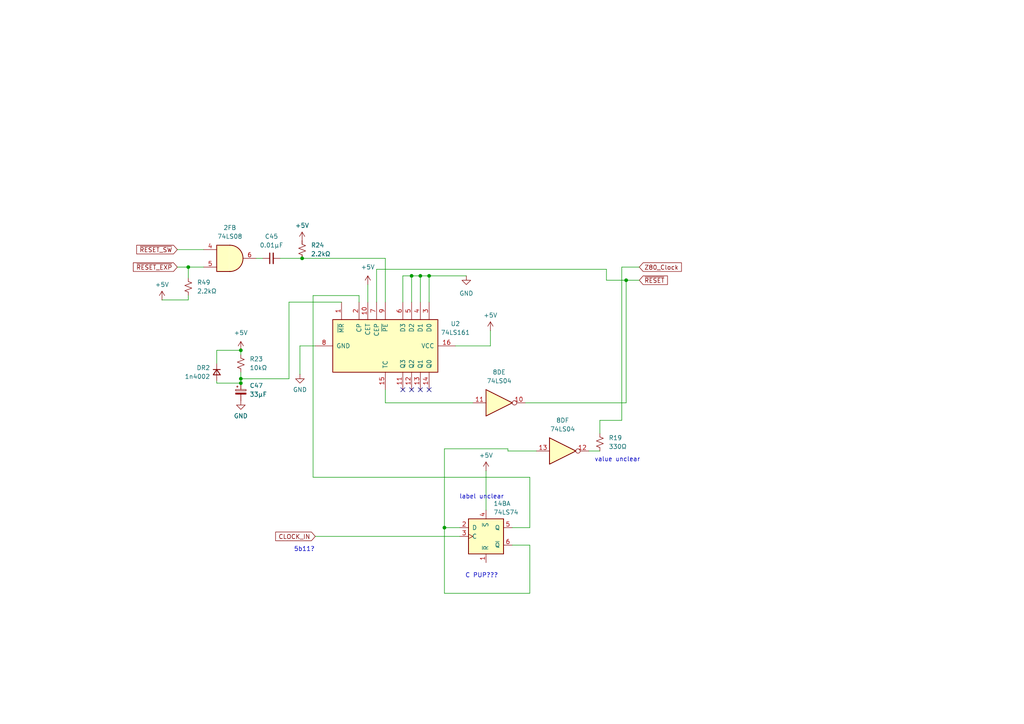
<source format=kicad_sch>
(kicad_sch (version 20250114) (generator "eeschema") (generator_version "9.0")
  (paper "A4")
  (lib_symbols
    (symbol "74xx:74LS04"
      (property "Reference" "U" (at 0 1.27 0))
      (property "Value" "74LS04" (at 0 -1.27 0))
      (symbol "74LS04_1_0"
        (polyline (pts (xy -3.81 3.81) (xy -3.81 -3.81) (xy 3.81 0) (xy -3.81 3.81)) (stroke (width 0.254)) (fill (type background)))
        (pin input line (at -7.62 0 0) (length 3.81) (name "~") (number "1"))
        (pin output inverted (at 7.62 0 180) (length 3.81) (name "~") (number "2"))
      )
      (symbol "74LS04_2_0"
        (polyline (pts (xy -3.81 3.81) (xy -3.81 -3.81) (xy 3.81 0) (xy -3.81 3.81)) (stroke (width 0.254)) (fill (type background)))
        (pin input line (at -7.62 0 0) (length 3.81) (name "~") (number "3"))
        (pin output inverted (at 7.62 0 180) (length 3.81) (name "~") (number "4"))
      )
      (symbol "74LS04_3_0"
        (polyline (pts (xy -3.81 3.81) (xy -3.81 -3.81) (xy 3.81 0) (xy -3.81 3.81)) (stroke (width 0.254)) (fill (type background)))
        (pin input line (at -7.62 0 0) (length 3.81) (name "~") (number "5"))
        (pin output inverted (at 7.62 0 180) (length 3.81) (name "~") (number "6"))
      )
      (symbol "74LS04_4_0"
        (polyline (pts (xy -3.81 3.81) (xy -3.81 -3.81) (xy 3.81 0) (xy -3.81 3.81)) (stroke (width 0.254)) (fill (type background)))
        (pin input line (at -7.62 0 0) (length 3.81) (name "~") (number "9"))
        (pin output inverted (at 7.62 0 180) (length 3.81) (name "~") (number "8"))
      )
      (symbol "74LS04_5_0"
        (polyline (pts (xy -3.81 3.81) (xy -3.81 -3.81) (xy 3.81 0) (xy -3.81 3.81)) (stroke (width 0.254)) (fill (type background)))
        (pin input line (at -7.62 0 0) (length 3.81) (name "~") (number "11"))
        (pin output inverted (at 7.62 0 180) (length 3.81) (name "~") (number "10"))
      )
      (symbol "74LS04_6_0"
        (polyline (pts (xy -3.81 3.81) (xy -3.81 -3.81) (xy 3.81 0) (xy -3.81 3.81)) (stroke (width 0.254)) (fill (type background)))
        (pin input line (at -7.62 0 0) (length 3.81) (name "~") (number "13"))
        (pin output inverted (at 7.62 0 180) (length 3.81) (name "~") (number "12"))
      )
      (symbol "74LS04_7_0"
        (pin power_in line (at 0 12.7 270) (length 5.08) (name "VCC") (number "14"))
        (pin power_in line (at 0 -12.7 90) (length 5.08) (name "GND") (number "7"))
      )
      (symbol "74LS04_7_1"
        (rectangle (start -5.08 7.62) (end 5.08 -7.62) (stroke (width 0.254)) (fill (type background)))
      )
    )
    (symbol "74xx:74LS08" (pin_names (offset 1.016))
      (property "Reference" "U" (at 0 1.27 0))
      (property "Value" "74LS08" (at 0 -1.27 0))
      (symbol "74LS08_1_1"
        (arc (start 0 3.81) (mid 3.7934 0) (end 0 -3.81) (stroke (width 0.254)) (fill (type background)))
        (polyline (pts (xy 0 3.81) (xy -3.81 3.81) (xy -3.81 -3.81) (xy 0 -3.81)) (stroke (width 0.254)) (fill (type background)))
        (pin input line (at -7.62 2.54 0) (length 3.81) (name "~") (number "1"))
        (pin input line (at -7.62 -2.54 0) (length 3.81) (name "~") (number "2"))
        (pin output line (at 7.62 0 180) (length 3.81) (name "~") (number "3"))
      )
      (symbol "74LS08_1_2"
        (arc (start -3.81 3.81) (mid -2.589 0) (end -3.81 -3.81) (stroke (width 0.254)))
        (polyline (pts (xy -3.81 3.81) (xy -0.635 3.81)) (stroke (width 0.254)) (fill (type background)))
        (polyline (pts (xy -3.81 -3.81) (xy -0.635 -3.81)) (stroke (width 0.254)) (fill (type background)))
        (arc (start 3.81 0) (mid 2.1855 -2.584) (end -0.6096 -3.81) (stroke (width 0.254)) (fill (type background)))
        (arc (start -0.6096 3.81) (mid 2.1928 2.5924) (end 3.81 0) (stroke (width 0.254)) (fill (type background)))
        (polyline (pts (xy -0.635 3.81) (xy -3.81 3.81) (xy -3.81 3.81) (xy -3.556 3.4036) (xy -3.0226 2.2606) (xy -2.6924 1.0414) (xy -2.6162 -0.254) (xy -2.7686 -1.4986) (xy -3.175 -2.7178) (xy -3.81 -3.81) (xy -3.81 -3.81) (xy -0.635 -3.81)) (stroke (width -25.4)) (fill (type background)))
        (pin input inverted (at -7.62 2.54 0) (length 4.318) (name "~") (number "1"))
        (pin input inverted (at -7.62 -2.54 0) (length 4.318) (name "~") (number "2"))
        (pin output inverted (at 7.62 0 180) (length 3.81) (name "~") (number "3"))
      )
      (symbol "74LS08_2_1"
        (arc (start 0 3.81) (mid 3.7934 0) (end 0 -3.81) (stroke (width 0.254)) (fill (type background)))
        (polyline (pts (xy 0 3.81) (xy -3.81 3.81) (xy -3.81 -3.81) (xy 0 -3.81)) (stroke (width 0.254)) (fill (type background)))
        (pin input line (at -7.62 2.54 0) (length 3.81) (name "~") (number "4"))
        (pin input line (at -7.62 -2.54 0) (length 3.81) (name "~") (number "5"))
        (pin output line (at 7.62 0 180) (length 3.81) (name "~") (number "6"))
      )
      (symbol "74LS08_2_2"
        (arc (start -3.81 3.81) (mid -2.589 0) (end -3.81 -3.81) (stroke (width 0.254)))
        (polyline (pts (xy -3.81 3.81) (xy -0.635 3.81)) (stroke (width 0.254)) (fill (type background)))
        (polyline (pts (xy -3.81 -3.81) (xy -0.635 -3.81)) (stroke (width 0.254)) (fill (type background)))
        (arc (start 3.81 0) (mid 2.1855 -2.584) (end -0.6096 -3.81) (stroke (width 0.254)) (fill (type background)))
        (arc (start -0.6096 3.81) (mid 2.1928 2.5924) (end 3.81 0) (stroke (width 0.254)) (fill (type background)))
        (polyline (pts (xy -0.635 3.81) (xy -3.81 3.81) (xy -3.81 3.81) (xy -3.556 3.4036) (xy -3.0226 2.2606) (xy -2.6924 1.0414) (xy -2.6162 -0.254) (xy -2.7686 -1.4986) (xy -3.175 -2.7178) (xy -3.81 -3.81) (xy -3.81 -3.81) (xy -0.635 -3.81)) (stroke (width -25.4)) (fill (type background)))
        (pin input inverted (at -7.62 2.54 0) (length 4.318) (name "~") (number "4"))
        (pin input inverted (at -7.62 -2.54 0) (length 4.318) (name "~") (number "5"))
        (pin output inverted (at 7.62 0 180) (length 3.81) (name "~") (number "6"))
      )
      (symbol "74LS08_3_1"
        (arc (start 0 3.81) (mid 3.7934 0) (end 0 -3.81) (stroke (width 0.254)) (fill (type background)))
        (polyline (pts (xy 0 3.81) (xy -3.81 3.81) (xy -3.81 -3.81) (xy 0 -3.81)) (stroke (width 0.254)) (fill (type background)))
        (pin input line (at -7.62 2.54 0) (length 3.81) (name "~") (number "9"))
        (pin input line (at -7.62 -2.54 0) (length 3.81) (name "~") (number "10"))
        (pin output line (at 7.62 0 180) (length 3.81) (name "~") (number "8"))
      )
      (symbol "74LS08_3_2"
        (arc (start -3.81 3.81) (mid -2.589 0) (end -3.81 -3.81) (stroke (width 0.254)))
        (polyline (pts (xy -3.81 3.81) (xy -0.635 3.81)) (stroke (width 0.254)) (fill (type background)))
        (polyline (pts (xy -3.81 -3.81) (xy -0.635 -3.81)) (stroke (width 0.254)) (fill (type background)))
        (arc (start 3.81 0) (mid 2.1855 -2.584) (end -0.6096 -3.81) (stroke (width 0.254)) (fill (type background)))
        (arc (start -0.6096 3.81) (mid 2.1928 2.5924) (end 3.81 0) (stroke (width 0.254)) (fill (type background)))
        (polyline (pts (xy -0.635 3.81) (xy -3.81 3.81) (xy -3.81 3.81) (xy -3.556 3.4036) (xy -3.0226 2.2606) (xy -2.6924 1.0414) (xy -2.6162 -0.254) (xy -2.7686 -1.4986) (xy -3.175 -2.7178) (xy -3.81 -3.81) (xy -3.81 -3.81) (xy -0.635 -3.81)) (stroke (width -25.4)) (fill (type background)))
        (pin input inverted (at -7.62 2.54 0) (length 4.318) (name "~") (number "9"))
        (pin input inverted (at -7.62 -2.54 0) (length 4.318) (name "~") (number "10"))
        (pin output inverted (at 7.62 0 180) (length 3.81) (name "~") (number "8"))
      )
      (symbol "74LS08_4_1"
        (arc (start 0 3.81) (mid 3.7934 0) (end 0 -3.81) (stroke (width 0.254)) (fill (type background)))
        (polyline (pts (xy 0 3.81) (xy -3.81 3.81) (xy -3.81 -3.81) (xy 0 -3.81)) (stroke (width 0.254)) (fill (type background)))
        (pin input line (at -7.62 2.54 0) (length 3.81) (name "~") (number "12"))
        (pin input line (at -7.62 -2.54 0) (length 3.81) (name "~") (number "13"))
        (pin output line (at 7.62 0 180) (length 3.81) (name "~") (number "11"))
      )
      (symbol "74LS08_4_2"
        (arc (start -3.81 3.81) (mid -2.589 0) (end -3.81 -3.81) (stroke (width 0.254)))
        (polyline (pts (xy -3.81 3.81) (xy -0.635 3.81)) (stroke (width 0.254)) (fill (type background)))
        (polyline (pts (xy -3.81 -3.81) (xy -0.635 -3.81)) (stroke (width 0.254)) (fill (type background)))
        (arc (start 3.81 0) (mid 2.1855 -2.584) (end -0.6096 -3.81) (stroke (width 0.254)) (fill (type background)))
        (arc (start -0.6096 3.81) (mid 2.1928 2.5924) (end 3.81 0) (stroke (width 0.254)) (fill (type background)))
        (polyline (pts (xy -0.635 3.81) (xy -3.81 3.81) (xy -3.81 3.81) (xy -3.556 3.4036) (xy -3.0226 2.2606) (xy -2.6924 1.0414) (xy -2.6162 -0.254) (xy -2.7686 -1.4986) (xy -3.175 -2.7178) (xy -3.81 -3.81) (xy -3.81 -3.81) (xy -0.635 -3.81)) (stroke (width -25.4)) (fill (type background)))
        (pin input inverted (at -7.62 2.54 0) (length 4.318) (name "~") (number "12"))
        (pin input inverted (at -7.62 -2.54 0) (length 4.318) (name "~") (number "13"))
        (pin output inverted (at 7.62 0 180) (length 3.81) (name "~") (number "11"))
      )
      (symbol "74LS08_5_0"
        (pin power_in line (at 0 12.7 270) (length 5.08) (name "VCC") (number "14"))
        (pin power_in line (at 0 -12.7 90) (length 5.08) (name "GND") (number "7"))
      )
      (symbol "74LS08_5_1"
        (rectangle (start -5.08 7.62) (end 5.08 -7.62) (stroke (width 0.254)) (fill (type background)))
      )
    )
    (symbol "74xx:74LS161" (pin_names (offset 1.016))
      (property "Reference" "U" (at -7.62 16.51 0))
      (property "Value" "74LS161" (at -7.62 -16.51 0))
      (symbol "74LS161_1_0"
        (pin input line (at -12.7 12.7 0) (length 5.08) (name "D0") (number "3"))
        (pin input line (at -12.7 10.16 0) (length 5.08) (name "D1") (number "4"))
        (pin input line (at -12.7 7.62 0) (length 5.08) (name "D2") (number "5"))
        (pin input line (at -12.7 5.08 0) (length 5.08) (name "D3") (number "6"))
        (pin input line (at -12.7 0 0) (length 5.08) (name "~{PE}") (number "9"))
        (pin input line (at -12.7 -2.54 0) (length 5.08) (name "CEP") (number "7"))
        (pin input line (at -12.7 -5.08 0) (length 5.08) (name "CET") (number "10"))
        (pin input line (at -12.7 -7.62 0) (length 5.08) (name "CP") (number "2"))
        (pin input line (at -12.7 -12.7 0) (length 5.08) (name "~{MR}") (number "1"))
        (pin power_in line (at 0 20.32 270) (length 5.08) (name "VCC") (number "16"))
        (pin power_in line (at 0 -20.32 90) (length 5.08) (name "GND") (number "8"))
        (pin output line (at 12.7 12.7 180) (length 5.08) (name "Q0") (number "14"))
        (pin output line (at 12.7 10.16 180) (length 5.08) (name "Q1") (number "13"))
        (pin output line (at 12.7 7.62 180) (length 5.08) (name "Q2") (number "12"))
        (pin output line (at 12.7 5.08 180) (length 5.08) (name "Q3") (number "11"))
        (pin output line (at 12.7 0 180) (length 5.08) (name "TC") (number "15"))
      )
      (symbol "74LS161_1_1"
        (rectangle (start -7.62 15.24) (end 7.62 -15.24) (stroke (width 0.254)) (fill (type background)))
      )
    )
    (symbol "74xx:74LS74" (pin_names (offset 1.016))
      (property "Reference" "U" (at -7.62 8.89 0))
      (property "Value" "74LS74" (at -7.62 -8.89 0))
      (symbol "74LS74_1_0"
        (pin input line (at -7.62 2.54 0) (length 2.54) (name "D") (number "2"))
        (pin input clock (at -7.62 0 0) (length 2.54) (name "C") (number "3"))
        (pin input line (at 0 7.62 270) (length 2.54) (name "~{S}") (number "4"))
        (pin input line (at 0 -7.62 90) (length 2.54) (name "~{R}") (number "1"))
        (pin output line (at 7.62 2.54 180) (length 2.54) (name "Q") (number "5"))
        (pin output line (at 7.62 -2.54 180) (length 2.54) (name "~{Q}") (number "6"))
      )
      (symbol "74LS74_1_1"
        (rectangle (start -5.08 5.08) (end 5.08 -5.08) (stroke (width 0.254)) (fill (type background)))
      )
      (symbol "74LS74_2_0"
        (pin input line (at -7.62 2.54 0) (length 2.54) (name "D") (number "12"))
        (pin input clock (at -7.62 0 0) (length 2.54) (name "C") (number "11"))
        (pin input line (at 0 7.62 270) (length 2.54) (name "~{S}") (number "10"))
        (pin input line (at 0 -7.62 90) (length 2.54) (name "~{R}") (number "13"))
        (pin output line (at 7.62 2.54 180) (length 2.54) (name "Q") (number "9"))
        (pin output line (at 7.62 -2.54 180) (length 2.54) (name "~{Q}") (number "8"))
      )
      (symbol "74LS74_2_1"
        (rectangle (start -5.08 5.08) (end 5.08 -5.08) (stroke (width 0.254)) (fill (type background)))
      )
      (symbol "74LS74_3_0"
        (pin power_in line (at 0 10.16 270) (length 2.54) (name "VCC") (number "14"))
        (pin power_in line (at 0 -10.16 90) (length 2.54) (name "GND") (number "7"))
      )
      (symbol "74LS74_3_1"
        (rectangle (start -5.08 7.62) (end 5.08 -7.62) (stroke (width 0.254)) (fill (type background)))
      )
    )
    (symbol "Device:C_Polarized_Small" (pin_numbers (hide yes)) (pin_names (offset 0.254) (hide yes))
      (property "Reference" "C" (at 0.254 1.778 0))
      (property "Value" "C_Polarized_Small" (at 0.254 -2.032 0))
      (symbol "C_Polarized_Small_0_1"
        (rectangle (start -1.524 0.6858) (end 1.524 0.3048))
        (rectangle (start -1.524 -0.3048) (end 1.524 -0.6858) (fill (type outline)))
        (polyline (pts (xy -1.27 1.524) (xy -0.762 1.524)))
        (polyline (pts (xy -1.016 1.27) (xy -1.016 1.778)))
      )
      (symbol "C_Polarized_Small_1_1"
        (pin passive line (at 0 2.54 270) (length 1.8542) (name "~") (number "1"))
        (pin passive line (at 0 -2.54 90) (length 1.8542) (name "~") (number "2"))
      )
    )
    (symbol "Device:C_Small" (pin_numbers (hide yes)) (pin_names (offset 0.254) (hide yes))
      (property "Reference" "C" (at 0.254 1.778 0))
      (property "Value" "C_Small" (at 0.254 -2.032 0))
      (symbol "C_Small_0_1"
        (polyline (pts (xy -1.524 0.508) (xy 1.524 0.508)) (stroke (width 0.3048)))
        (polyline (pts (xy -1.524 -0.508) (xy 1.524 -0.508)) (stroke (width 0.3302)))
      )
      (symbol "C_Small_1_1"
        (pin passive line (at 0 2.54 270) (length 2.032) (name "~") (number "1"))
        (pin passive line (at 0 -2.54 90) (length 2.032) (name "~") (number "2"))
      )
    )
    (symbol "Device:D_Small" (pin_numbers (hide yes)) (pin_names (offset 0.254) (hide yes))
      (property "Reference" "D" (at -1.27 2.032 0))
      (property "Value" "D_Small" (at -3.81 -2.032 0))
      (symbol "D_Small_0_1"
        (polyline (pts (xy -0.762 0) (xy 0.762 0)))
        (polyline (pts (xy -0.762 -1.016) (xy -0.762 1.016)) (stroke (width 0.254)))
        (polyline (pts (xy 0.762 -1.016) (xy -0.762 0) (xy 0.762 1.016) (xy 0.762 -1.016)) (stroke (width 0.254)))
      )
      (symbol "D_Small_1_1"
        (pin passive line (at -2.54 0 0) (length 1.778) (name "K") (number "1"))
        (pin passive line (at 2.54 0 180) (length 1.778) (name "A") (number "2"))
      )
    )
    (symbol "Device:R_Small_US" (pin_numbers (hide yes)) (pin_names (offset 0.254) (hide yes))
      (property "Reference" "R" (at 0.762 0.508 0))
      (property "Value" "R_Small_US" (at 0.762 -1.016 0))
      (symbol "R_Small_US_1_1"
        (polyline (pts (xy 0 1.524) (xy 1.016 1.143) (xy 0 0.762) (xy -1.016 0.381) (xy 0 0)))
        (polyline (pts (xy 0 0) (xy 1.016 -0.381) (xy 0 -0.762) (xy -1.016 -1.143) (xy 0 -1.524)))
        (pin passive line (at 0 2.54 270) (length 1.016) (name "~") (number "1"))
        (pin passive line (at 0 -2.54 90) (length 1.016) (name "~") (number "2"))
      )
    )
    (symbol "power:+5V" (power) (pin_numbers (hide yes)) (pin_names (offset 0) (hide yes))
      (property "Value" "+5V" (at 0 3.556 0))
      (symbol "+5V_0_1"
        (polyline (pts (xy -0.762 1.27) (xy 0 2.54)))
        (polyline (pts (xy 0 2.54) (xy 0.762 1.27)))
        (polyline (pts (xy 0 0) (xy 0 2.54)))
      )
      (symbol "+5V_1_1"
        (pin power_in line (at 0 0 90) (length 0) (name "~") (number "1"))
      )
    )
    (symbol "power:GND" (power) (pin_numbers (hide yes)) (pin_names (offset 0) (hide yes))
      (property "Value" "GND" (at 0 -3.81 0))
      (symbol "GND_0_1"
        (polyline (pts (xy 0 0) (xy 0 -1.27) (xy 1.27 -1.27) (xy 0 -2.54) (xy -1.27 -1.27) (xy 0 -1.27)))
      )
      (symbol "GND_1_1"
        (pin power_in line (at 0 0 270) (length 0) (name "~") (number "1"))
      )
    )
  )
  (text "C PUP???" (at 139.7 167.005 0) (effects (font (size 1.27 1.27))))
  (text "value unclear" (at 179.07 133.35 0) (effects (font (size 1.27 1.27))))
  (text "5b11?" (at 88.265 159.385 0) (effects (font (size 1.27 1.27))))
  (text "label unclear" (at 139.7 144.145 0) (effects (font (size 1.27 1.27))))
  (junction (at 54.61 77.47))
  (junction (at 181.61 81.28))
  (junction (at 128.905 153.035))
  (junction (at 69.85 101.6))
  (junction (at 87.63 74.93))
  (junction (at 69.85 109.855))
  (junction (at 119.38 80.01))
  (junction (at 69.85 111.125))
  (junction (at 124.46 80.01))
  (junction (at 121.92 80.01))
  (no_connect (at 116.84 113.03))
  (no_connect (at 119.38 113.03))
  (no_connect (at 121.92 113.03))
  (no_connect (at 124.46 113.03))
  (wire (pts (xy 111.76 116.84) (xy 111.76 113.03)))
  (wire (pts (xy 124.46 80.01) (xy 124.46 87.63)))
  (wire (pts (xy 140.97 136.525) (xy 140.97 147.955)))
  (wire (pts (xy 147.32 130.81) (xy 147.32 130.175)))
  (wire (pts (xy 181.61 81.28) (xy 185.42 81.28)))
  (wire (pts (xy 74.295 74.93) (xy 76.2 74.93)))
  (wire (pts (xy 180.34 77.47) (xy 185.42 77.47)))
  (wire (pts (xy 137.16 116.84) (xy 111.76 116.84)))
  (wire (pts (xy 54.61 77.47) (xy 59.055 77.47)))
  (wire (pts (xy 54.61 86.995) (xy 54.61 85.725)))
  (wire (pts (xy 119.38 80.01) (xy 121.92 80.01)))
  (wire (pts (xy 86.995 100.33) (xy 91.44 100.33)))
  (wire (pts (xy 69.85 107.95) (xy 69.85 109.855)))
  (wire (pts (xy 153.67 138.43) (xy 153.67 153.035)))
  (wire (pts (xy 87.63 74.93) (xy 111.76 74.93)))
  (wire (pts (xy 83.82 87.63) (xy 99.06 87.63)))
  (wire (pts (xy 180.34 121.92) (xy 180.34 77.47)))
  (wire (pts (xy 46.99 86.995) (xy 54.61 86.995)))
  (wire (pts (xy 153.67 158.115) (xy 153.67 172.085)))
  (wire (pts (xy 153.67 172.085) (xy 128.905 172.085)))
  (wire (pts (xy 175.895 78.105) (xy 175.895 81.28)))
  (wire (pts (xy 111.76 87.63) (xy 111.76 74.93)))
  (wire (pts (xy 121.92 80.01) (xy 121.92 87.63)))
  (wire (pts (xy 142.24 95.885) (xy 142.24 100.33)))
  (wire (pts (xy 147.32 130.175) (xy 128.905 130.175)))
  (wire (pts (xy 104.14 87.63) (xy 104.14 85.725)))
  (wire (pts (xy 90.805 85.725) (xy 90.805 138.43)))
  (wire (pts (xy 173.99 125.73) (xy 173.99 121.92)))
  (wire (pts (xy 109.22 78.105) (xy 175.895 78.105)))
  (wire (pts (xy 152.4 116.84) (xy 181.61 116.84)))
  (wire (pts (xy 86.995 108.585) (xy 86.995 100.33)))
  (wire (pts (xy 62.865 111.125) (xy 69.85 111.125)))
  (wire (pts (xy 173.99 121.92) (xy 180.34 121.92)))
  (wire (pts (xy 128.905 130.175) (xy 128.905 153.035)))
  (wire (pts (xy 142.24 100.33) (xy 132.08 100.33)))
  (wire (pts (xy 91.44 155.575) (xy 133.35 155.575)))
  (wire (pts (xy 51.435 77.47) (xy 54.61 77.47)))
  (wire (pts (xy 148.59 158.115) (xy 153.67 158.115)))
  (wire (pts (xy 175.895 81.28) (xy 181.61 81.28)))
  (wire (pts (xy 128.905 153.035) (xy 133.35 153.035)))
  (wire (pts (xy 62.865 101.6) (xy 69.85 101.6)))
  (wire (pts (xy 153.67 153.035) (xy 148.59 153.035)))
  (wire (pts (xy 119.38 80.01) (xy 119.38 87.63)))
  (wire (pts (xy 121.92 80.01) (xy 124.46 80.01)))
  (wire (pts (xy 116.84 80.01) (xy 119.38 80.01)))
  (wire (pts (xy 106.68 82.55) (xy 106.68 87.63)))
  (wire (pts (xy 54.61 77.47) (xy 54.61 80.645)))
  (wire (pts (xy 90.805 138.43) (xy 153.67 138.43)))
  (wire (pts (xy 181.61 116.84) (xy 181.61 81.28)))
  (wire (pts (xy 104.14 85.725) (xy 90.805 85.725)))
  (wire (pts (xy 69.85 101.6) (xy 69.85 102.87)))
  (wire (pts (xy 81.28 74.93) (xy 87.63 74.93)))
  (wire (pts (xy 69.85 111.125) (xy 69.85 109.855)))
  (wire (pts (xy 62.865 105.41) (xy 62.865 101.6)))
  (wire (pts (xy 51.435 72.39) (xy 59.055 72.39)))
  (wire (pts (xy 116.84 87.63) (xy 116.84 80.01)))
  (wire (pts (xy 62.865 110.49) (xy 62.865 111.125)))
  (wire (pts (xy 69.85 109.855) (xy 83.82 109.855)))
  (wire (pts (xy 124.46 80.01) (xy 135.255 80.01)))
  (wire (pts (xy 170.815 130.81) (xy 173.99 130.81)))
  (wire (pts (xy 155.575 130.81) (xy 147.32 130.81)))
  (wire (pts (xy 109.22 87.63) (xy 109.22 78.105)))
  (wire (pts (xy 128.905 172.085) (xy 128.905 153.035)))
  (wire (pts (xy 83.82 109.855) (xy 83.82 87.63)))
  (global_label "~{RESET_SW}" (shape input) (at 51.435 72.39 180) (property "Intersheetrefs" "${INTERSHEET_REFS}" (effects (hide yes))))
  (global_label "Z80_Clock" (shape input) (at 185.42 77.47 0) (property "Intersheetrefs" "${INTERSHEET_REFS}" (effects (hide yes))))
  (global_label "CLOCK_IN" (shape input) (at 91.44 155.575 180) (property "Intersheetrefs" "${INTERSHEET_REFS}" (effects (hide yes))))
  (global_label "~{RESET_EXP}" (shape input) (at 51.435 77.47 180) (property "Intersheetrefs" "${INTERSHEET_REFS}" (effects (hide yes))))
  (global_label "~{RESET}" (shape input) (at 185.42 81.28 0) (property "Intersheetrefs" "${INTERSHEET_REFS}" (effects (hide yes))))
  (symbol (lib_id "power:+5V") (at 142.24 95.885 0) (unit 1)
    (property "Reference" "#PWR019" (effects (hide yes)))
    (property "Value" "+5V" (at 142.24 91.44 0))
    (property "Description" "Power symbol creates a global label with name \"+5V\"" (effects (hide yes)))
  )
  (symbol (lib_id "Device:R_Small_US") (at 87.63 72.39 0) (unit 1)
    (property "Reference" "R24" (at 90.17 71.1199 0) (effects (justify left)))
    (property "Value" "2.2kΩ" (at 90.17 73.6599 0) (effects (justify left)))
    (property "Description" "Resistor, small US symbol" (effects (hide yes)))
  )
  (symbol (lib_id "74xx:74LS04") (at 163.195 130.81 0) (unit 6)
    (property "Reference" "8D" (at 163.195 121.92 0))
    (property "Value" "74LS04" (at 163.195 124.46 0))
    (property "Datasheet" "http://www.ti.com/lit/gpn/sn74LS04" (effects (hide yes)))
    (property "Description" "Hex Inverter" (effects (hide yes)))
  )
  (symbol (lib_id "power:GND") (at 135.255 80.01 0) (unit 1)
    (property "Reference" "#PWR014" (effects (hide yes)))
    (property "Value" "GND" (at 135.255 85.09 0))
    (property "Description" "Power symbol creates a global label with name \"GND\" , ground" (effects (hide yes)))
  )
  (symbol (lib_id "power:+5V") (at 87.63 69.85 0) (unit 1)
    (property "Reference" "#PWR013" (effects (hide yes)))
    (property "Value" "+5V" (at 87.63 65.405 0))
    (property "Description" "Power symbol creates a global label with name \"+5V\"" (effects (hide yes)))
  )
  (symbol (lib_id "74xx:74LS08") (at 66.675 74.93 0) (unit 2)
    (property "Reference" "2F" (at 66.6667 66.04 0))
    (property "Value" "74LS08" (at 66.6667 68.58 0))
    (property "Datasheet" "http://www.ti.com/lit/gpn/sn74LS08" (effects (hide yes)))
    (property "Description" "Quad And2" (effects (hide yes)))
  )
  (symbol (lib_id "power:+5V") (at 46.99 86.995 0) (unit 1)
    (property "Reference" "#PWR012" (effects (hide yes)))
    (property "Value" "+5V" (at 46.99 82.55 0))
    (property "Description" "Power symbol creates a global label with name \"+5V\"" (effects (hide yes)))
  )
  (symbol (lib_id "Device:C_Polarized_Small") (at 69.85 113.665 0) (unit 1)
    (property "Reference" "C47" (at 72.39 111.8488 0) (effects (justify left)))
    (property "Value" "33µF" (at 72.39 114.3888 0) (effects (justify left)))
    (property "Description" "Polarized capacitor, small symbol" (effects (hide yes)))
  )
  (symbol (lib_id "Device:C_Small") (at 78.74 74.93 90) (unit 1)
    (property "Reference" "C45" (at 78.7463 68.58 90))
    (property "Value" "0.01µF" (at 78.7463 71.12 90))
    (property "Description" "Unpolarized capacitor, small symbol" (effects (hide yes)))
  )
  (symbol (lib_id "Device:R_Small_US") (at 173.99 128.27 0) (unit 1)
    (property "Reference" "R19" (at 176.53 126.9999 0) (effects (justify left)))
    (property "Value" "330Ω" (at 176.53 129.5399 0) (effects (justify left)))
    (property "Description" "Resistor, small US symbol" (effects (hide yes)))
  )
  (symbol (lib_id "74xx:74LS161") (at 111.76 100.33 270) (unit 1)
    (property "Reference" "U2" (at 132.08 93.9098 90))
    (property "Value" "74LS161" (at 132.08 96.4498 90))
    (property "Datasheet" "http://www.ti.com/lit/gpn/sn74LS161" (effects (hide yes)))
    (property "Description" "Synchronous 4-bit programmable binary Counter" (effects (hide yes)))
  )
  (symbol (lib_id "Device:R_Small_US") (at 54.61 83.185 0) (unit 1)
    (property "Reference" "R49" (at 57.15 81.9149 0) (effects (justify left)))
    (property "Value" "2.2kΩ" (at 57.15 84.4549 0) (effects (justify left)))
    (property "Description" "Resistor, small US symbol" (effects (hide yes)))
  )
  (symbol (lib_id "power:+5V") (at 106.68 82.55 0) (unit 1)
    (property "Reference" "#PWR017" (effects (hide yes)))
    (property "Value" "+5V" (at 106.68 77.47 0))
    (property "Description" "Power symbol creates a global label with name \"+5V\"" (effects (hide yes)))
  )
  (symbol (lib_id "Device:D_Small") (at 62.865 107.95 90) (mirror x) (unit 1)
    (property "Reference" "DR2" (at 60.96 106.6799 90) (effects (justify left)))
    (property "Value" "1n4002" (at 60.96 109.2199 90) (effects (justify left)))
    (property "Description" "Diode, small symbol" (effects (hide yes)))
    (property "Sim.Device" "D" (effects (hide yes)))
    (property "Sim.Pins" "1=K 2=A" (effects (hide yes)))
  )
  (symbol (lib_id "power:GND") (at 86.995 108.585 0) (unit 1)
    (property "Reference" "#PWR018" (effects (hide yes)))
    (property "Value" "GND" (at 86.995 113.03 0))
    (property "Description" "Power symbol creates a global label with name \"GND\" , ground" (effects (hide yes)))
  )
  (symbol (lib_id "power:GND") (at 69.85 116.205 0) (unit 1)
    (property "Reference" "#PWR015" (effects (hide yes)))
    (property "Value" "GND" (at 69.85 120.65 0))
    (property "Description" "Power symbol creates a global label with name \"GND\" , ground" (effects (hide yes)))
  )
  (symbol (lib_id "Device:R_Small_US") (at 69.85 105.41 0) (unit 1)
    (property "Reference" "R23" (at 72.39 104.1399 0) (effects (justify left)))
    (property "Value" "10kΩ" (at 72.39 106.6799 0) (effects (justify left)))
    (property "Description" "Resistor, small US symbol" (effects (hide yes)))
  )
  (symbol (lib_id "74xx:74LS74") (at 140.97 155.575 0) (unit 1)
    (property "Reference" "14B" (at 143.1133 146.05 0) (effects (justify left)))
    (property "Value" "74LS74" (at 143.1133 148.59 0) (effects (justify left)))
    (property "Datasheet" "74xx/74hc_hct74.pdf" (effects (hide yes)))
    (property "Description" "Dual D Flip-flop, Set & Reset" (effects (hide yes)))
  )
  (symbol (lib_id "74xx:74LS04") (at 144.78 116.84 0) (unit 5)
    (property "Reference" "8D" (at 144.78 107.95 0))
    (property "Value" "74LS04" (at 144.78 110.49 0))
    (property "Datasheet" "http://www.ti.com/lit/gpn/sn74LS04" (effects (hide yes)))
    (property "Description" "Hex Inverter" (effects (hide yes)))
  )
  (symbol (lib_id "power:+5V") (at 69.85 101.6 0) (unit 1)
    (property "Reference" "#PWR016" (effects (hide yes)))
    (property "Value" "+5V" (at 69.85 96.52 0))
    (property "Description" "Power symbol creates a global label with name \"+5V\"" (effects (hide yes)))
  )
  (symbol (lib_id "power:+5V") (at 140.97 136.525 0) (unit 1)
    (property "Reference" "#PWR020" (effects (hide yes)))
    (property "Value" "+5V" (at 140.97 132.08 0))
    (property "Description" "Power symbol creates a global label with name \"+5V\"" (effects (hide yes)))
  )
)
</source>
